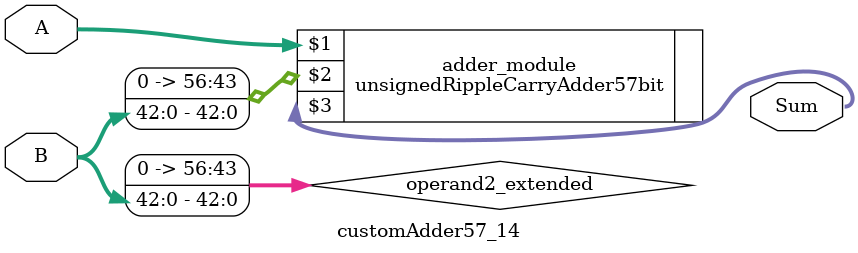
<source format=v>
module customAdder57_14(
                        input [56 : 0] A,
                        input [42 : 0] B,
                        
                        output [57 : 0] Sum
                );

        wire [56 : 0] operand2_extended;
        
        assign operand2_extended =  {14'b0, B};
        
        unsignedRippleCarryAdder57bit adder_module(
            A,
            operand2_extended,
            Sum
        );
        
        endmodule
        
</source>
